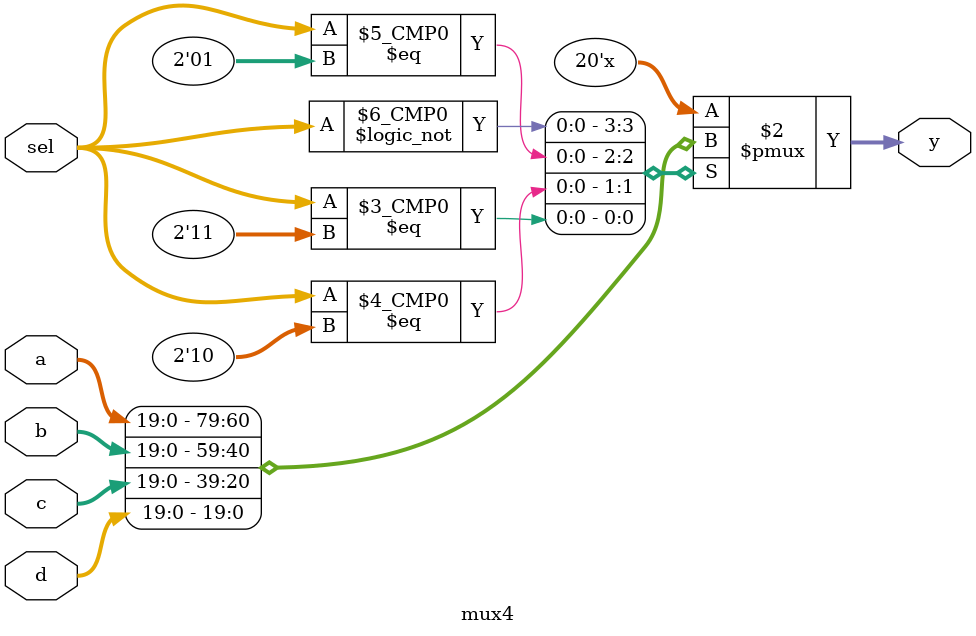
<source format=sv>
module mux4 #(parameter WIDTH = 20) (
   input logic [1:0] sel,
   input logic [WIDTH-1:0] a, b, c, d,
   output logic [WIDTH-1:0] y
);

   always_comb begin
      case (sel)
         2'b00: y = a;
         2'b01: y = b;
         2'b10: y = c;
         2'b11: y = d;
         default: y = 20'b0;
      endcase
   end
	 
endmodule

</source>
